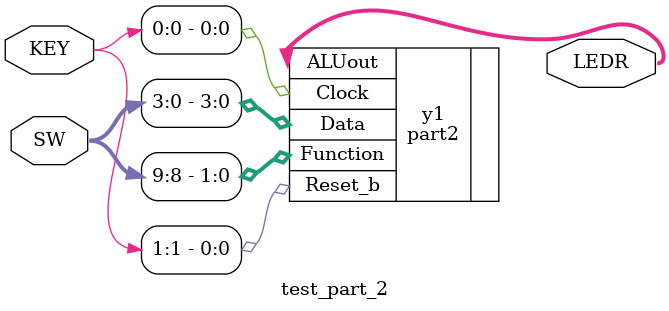
<source format=sv>
/*module test_part_3(SW, KEY, LEDR);
        
	input logic [9:0]SW;
	input logic [1:0]KEY;
	output logic [3:0]LEDR;
	part3 u0(.clock(KEY[0]), .reset(KEY[1]), .Data_IN(SW[3:0]), .ParallelLoadn(SW[9]), .RotateRight(SW[8]), .ASRight(SW[7]), .Q(LEDR[3:0]));


endmodule
*/

module test_part_2(SW, KEY, LEDR);

	input logic [9:0]SW;
	input logic [1:0]KEY;
	output logic [7:0]LEDR;
	
	part2 y1(.Clock(KEY[0]), .Reset_b(KEY[1]), .Data(SW[3:0]), .Function(SW[9:8]), .ALUout(LEDR[7:0]));
endmodule

</source>
